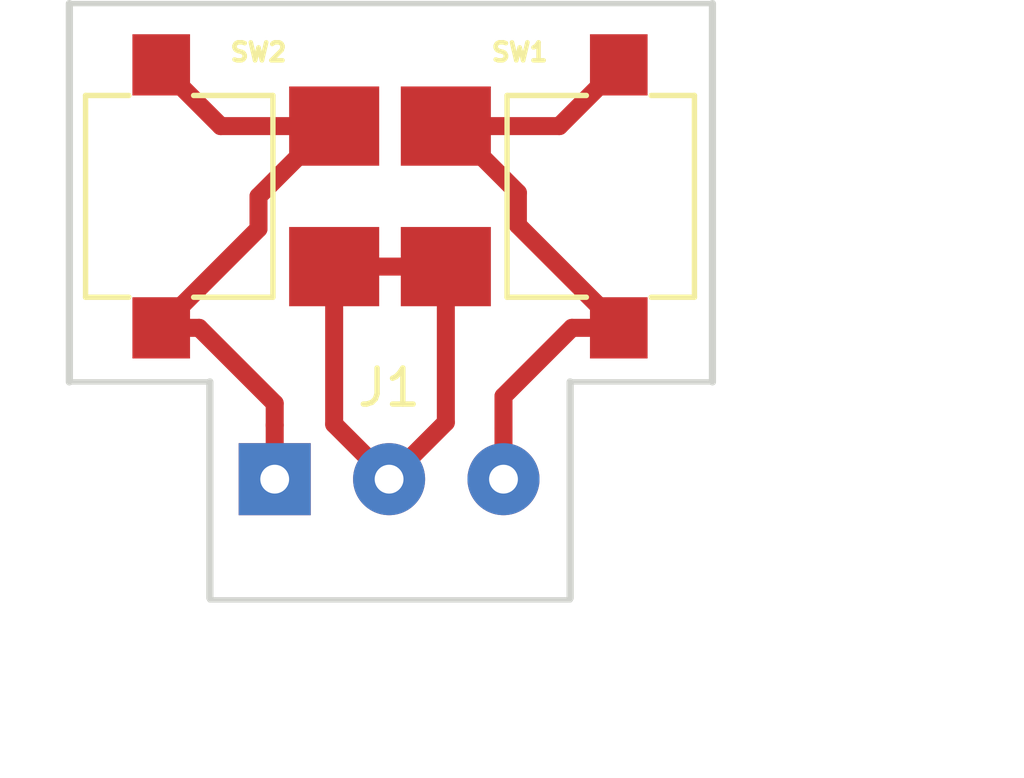
<source format=kicad_pcb>
(kicad_pcb (version 20171130) (host pcbnew 5.0.2-bee76a0~70~ubuntu18.04.1)

  (general
    (thickness 1.6)
    (drawings 9)
    (tracks 29)
    (zones 0)
    (modules 3)
    (nets 4)
  )

  (page A4)
  (layers
    (0 F.Cu signal)
    (31 B.Cu signal)
    (32 B.Adhes user)
    (33 F.Adhes user)
    (34 B.Paste user)
    (35 F.Paste user)
    (36 B.SilkS user)
    (37 F.SilkS user)
    (38 B.Mask user)
    (39 F.Mask user)
    (40 Dwgs.User user)
    (41 Cmts.User user)
    (42 Eco1.User user)
    (43 Eco2.User user)
    (44 Edge.Cuts user)
    (45 Margin user)
    (46 B.CrtYd user)
    (47 F.CrtYd user)
    (48 B.Fab user)
    (49 F.Fab user)
  )

  (setup
    (last_trace_width 0.5)
    (trace_clearance 0.5)
    (zone_clearance 0.508)
    (zone_45_only no)
    (trace_min 0.2)
    (segment_width 0.2)
    (edge_width 0.15)
    (via_size 0.8)
    (via_drill 0.4)
    (via_min_size 0.4)
    (via_min_drill 0.3)
    (uvia_size 0.3)
    (uvia_drill 0.1)
    (uvias_allowed no)
    (uvia_min_size 0.2)
    (uvia_min_drill 0.1)
    (pcb_text_width 0.3)
    (pcb_text_size 1.5 1.5)
    (mod_edge_width 0.15)
    (mod_text_size 1 1)
    (mod_text_width 0.15)
    (pad_size 1.1 1.1)
    (pad_drill 1.1)
    (pad_to_mask_clearance 0.051)
    (solder_mask_min_width 0.25)
    (aux_axis_origin 0 0)
    (visible_elements FFFFFF7F)
    (pcbplotparams
      (layerselection 0x010fc_ffffffff)
      (usegerberextensions true)
      (usegerberattributes false)
      (usegerberadvancedattributes false)
      (creategerberjobfile false)
      (excludeedgelayer true)
      (linewidth 0.100000)
      (plotframeref false)
      (viasonmask false)
      (mode 1)
      (useauxorigin false)
      (hpglpennumber 1)
      (hpglpenspeed 20)
      (hpglpendiameter 15.000000)
      (psnegative false)
      (psa4output false)
      (plotreference true)
      (plotvalue true)
      (plotinvisibletext false)
      (padsonsilk false)
      (subtractmaskfromsilk false)
      (outputformat 1)
      (mirror false)
      (drillshape 0)
      (scaleselection 1)
      (outputdirectory "Gerber/limit_switch_ESE31_v1_1/"))
  )

  (net 0 "")
  (net 1 "Net-(J1-Pad3)")
  (net 2 "Net-(J1-Pad1)")
  (net 3 "Net-(J1-Pad2)")

  (net_class Default "This is the default net class."
    (clearance 0.5)
    (trace_width 0.5)
    (via_dia 0.8)
    (via_drill 0.4)
    (uvia_dia 0.3)
    (uvia_drill 0.1)
    (add_net "Net-(J1-Pad1)")
    (add_net "Net-(J1-Pad2)")
    (add_net "Net-(J1-Pad3)")
  )

  (module mylib:ESE31R11T_Detector_SW_2pin_right (layer F.Cu) (tedit 5CF78EF3) (tstamp 5CF79503)
    (at 167.15 73.75 270)
    (path /5CC06EC4)
    (attr smd)
    (fp_text reference SW1 (at -4 2.75) (layer F.SilkS)
      (effects (font (size 0.5 0.5) (thickness 0.125)))
    )
    (fp_text value ESE31R11T (at -0.4 -3.85 270) (layer F.Fab)
      (effects (font (size 1 1) (thickness 0.15)))
    )
    (fp_line (start -2.8 -2.1) (end 2.8 -2.1) (layer F.SilkS) (width 0.15))
    (fp_line (start -2.8 -0.9) (end -2.8 -2.1) (layer F.SilkS) (width 0.15))
    (fp_line (start 2.8 -0.9) (end 2.8 -2.1) (layer F.SilkS) (width 0.15))
    (fp_line (start 2.8 3.1) (end 2.8 0.9) (layer F.SilkS) (width 0.15))
    (fp_line (start -2.8 3.1) (end 2.8 3.1) (layer F.SilkS) (width 0.15))
    (fp_line (start -0.2 2.1) (end 0.4 2.5) (layer Dwgs.User) (width 0.15))
    (fp_line (start 0.4 2.5) (end 2 2.5) (layer Dwgs.User) (width 0.15))
    (fp_line (start 2 3.1) (end 2 2.5) (layer Dwgs.User) (width 0.15))
    (fp_line (start -2 2.5) (end -0.3 2.5) (layer Dwgs.User) (width 0.15))
    (fp_line (start -2 3.15) (end -2 0.05) (layer Dwgs.User) (width 0.15))
    (fp_line (start -2.8 0) (end 2.8 0) (layer Dwgs.User) (width 0.15))
    (fp_line (start -4.6 -2.25) (end -4.6 0) (layer F.CrtYd) (width 0.15))
    (fp_line (start 4.6 -2.25) (end -4.6 -2.25) (layer F.CrtYd) (width 0.15))
    (fp_line (start 4.6 6.2) (end 4.6 -2.25) (layer F.CrtYd) (width 0.15))
    (fp_line (start -4.6 6.2) (end 4.6 6.2) (layer F.CrtYd) (width 0.15))
    (fp_line (start -4.6 0) (end -4.6 6.2) (layer F.CrtYd) (width 0.15))
    (fp_line (start -2.8 0.9) (end -2.8 3.1) (layer F.SilkS) (width 0.15))
    (fp_line (start 0 -4.4) (end 0 -2.3) (layer Dwgs.User) (width 0.15))
    (fp_line (start 0 -4.4) (end -2.05 -2.25) (layer Dwgs.User) (width 0.15))
    (fp_line (start -2.875 3.15) (end -2.875 -2.25) (layer Dwgs.User) (width 0.15))
    (fp_line (start 2.875 3.15) (end -2.875 3.15) (layer Dwgs.User) (width 0.15))
    (fp_line (start 2.875 -2.25) (end 2.875 3.15) (layer Dwgs.User) (width 0.15))
    (fp_line (start -2.875 -2.25) (end 2.875 -2.25) (layer Dwgs.User) (width 0.15))
    (fp_text user REF** (at 0.1 -0.7 270) (layer F.Fab)
      (effects (font (size 0.5 0.5) (thickness 0.05)))
    )
    (pad 1 smd rect (at 1.95 4.8 270) (size 2.2 2.5) (layers F.Cu F.Paste F.Mask)
      (net 3 "Net-(J1-Pad2)"))
    (pad 2 smd rect (at -1.95 4.8 270) (size 2.2 2.5) (layers F.Cu F.Paste F.Mask)
      (net 1 "Net-(J1-Pad3)"))
    (pad "" np_thru_hole oval (at 0 1.3 270) (size 1.1 1.3) (drill oval 1.1 1.3) (layers *.Cu *.Mask))
    (pad "" np_thru_hole circle (at 0 -1.2 270) (size 1.1 1.1) (drill 1.1) (layers *.Cu *.Mask))
    (pad 2 smd rect (at 3.65 0 270) (size 1.7 1.6) (layers F.Cu F.Paste F.Mask)
      (net 1 "Net-(J1-Pad3)"))
    (pad 2 smd rect (at -3.65 0 270) (size 1.7 1.6) (layers F.Cu F.Paste F.Mask)
      (net 1 "Net-(J1-Pad3)"))
  )

  (module mylib:ESE31L11T_Detector_SW_2pin_left (layer F.Cu) (tedit 5CF78E4E) (tstamp 5CF672A1)
    (at 154.45 73.75 90)
    (path /5CC05850)
    (attr smd)
    (fp_text reference SW2 (at 4 2.7 -180) (layer F.SilkS)
      (effects (font (size 0.5 0.5) (thickness 0.125)))
    )
    (fp_text value ESE31L11T (at 0.15 -3.5 90) (layer F.Fab)
      (effects (font (size 1 1) (thickness 0.15)))
    )
    (fp_line (start -2.8 -2.1) (end 2.8 -2.1) (layer F.SilkS) (width 0.15))
    (fp_line (start -2.8 -0.9) (end -2.8 -2.1) (layer F.SilkS) (width 0.15))
    (fp_line (start 2.8 -0.9) (end 2.8 -2.1) (layer F.SilkS) (width 0.15))
    (fp_line (start 2.8 3.1) (end 2.8 0.9) (layer F.SilkS) (width 0.15))
    (fp_line (start -2.8 3.1) (end 2.8 3.1) (layer F.SilkS) (width 0.15))
    (fp_line (start -0.2 2.1) (end 0.4 2.5) (layer Dwgs.User) (width 0.15))
    (fp_line (start 0.4 2.5) (end 2 2.5) (layer Dwgs.User) (width 0.15))
    (fp_line (start -2 3.1) (end -2 2.5) (layer Dwgs.User) (width 0.15))
    (fp_line (start -2 2.5) (end -0.3 2.5) (layer Dwgs.User) (width 0.15))
    (fp_line (start 2.1 3.1) (end 2.1 0) (layer Dwgs.User) (width 0.15))
    (fp_line (start -2.8 0) (end 2.8 0) (layer Dwgs.User) (width 0.15))
    (fp_line (start -4.6 -2.25) (end -4.6 0) (layer F.CrtYd) (width 0.15))
    (fp_line (start 4.6 -2.25) (end -4.6 -2.25) (layer F.CrtYd) (width 0.15))
    (fp_line (start 4.6 6.2) (end 4.6 -2.25) (layer F.CrtYd) (width 0.15))
    (fp_line (start -4.6 6.2) (end 4.6 6.2) (layer F.CrtYd) (width 0.15))
    (fp_line (start -4.6 0) (end -4.6 6.2) (layer F.CrtYd) (width 0.15))
    (fp_line (start -2.8 0.9) (end -2.8 3.1) (layer F.SilkS) (width 0.15))
    (fp_line (start 0 -4.4) (end 0 -2.3) (layer Dwgs.User) (width 0.15))
    (fp_line (start 0 -4.4) (end 2 -2.3) (layer Dwgs.User) (width 0.15))
    (fp_line (start -2.875 3.15) (end -2.875 -2.25) (layer Dwgs.User) (width 0.15))
    (fp_line (start 2.875 3.15) (end -2.875 3.15) (layer Dwgs.User) (width 0.15))
    (fp_line (start 2.875 -2.25) (end 2.875 3.15) (layer Dwgs.User) (width 0.15))
    (fp_line (start -2.875 -2.25) (end 2.875 -2.25) (layer Dwgs.User) (width 0.15))
    (fp_text user REF** (at 0.1 -0.7 90) (layer F.Fab)
      (effects (font (size 0.5 0.5) (thickness 0.05)))
    )
    (pad 2 smd rect (at 1.95 4.8 90) (size 2.2 2.5) (layers F.Cu F.Paste F.Mask)
      (net 2 "Net-(J1-Pad1)"))
    (pad 1 smd rect (at -1.95 4.8 90) (size 2.2 2.5) (layers F.Cu F.Paste F.Mask)
      (net 3 "Net-(J1-Pad2)"))
    (pad "" np_thru_hole oval (at 0 1.3 90) (size 1.1 1.3) (drill oval 1.1 1.3) (layers *.Cu *.Mask))
    (pad "" np_thru_hole circle (at 0 -1.2 90) (size 1.1 1.1) (drill 1.1) (layers *.Cu *.Mask))
    (pad 2 smd rect (at 3.65 0 90) (size 1.7 1.6) (layers F.Cu F.Paste F.Mask)
      (net 2 "Net-(J1-Pad1)"))
    (pad 2 smd rect (at -3.65 0 90) (size 1.7 1.6) (layers F.Cu F.Paste F.Mask)
      (net 2 "Net-(J1-Pad1)"))
  )

  (module Connector_Wire:SolderWirePad_1x03_P3.175mm_Drill0.8mm (layer F.Cu) (tedit 5AEE57A0) (tstamp 5CF646E8)
    (at 157.6 81.6)
    (descr "Wire solder connection")
    (tags connector)
    (path /5CF632DF)
    (attr virtual)
    (fp_text reference J1 (at 3.175 -2.54) (layer F.SilkS)
      (effects (font (size 1 1) (thickness 0.15)))
    )
    (fp_text value Conn_01x03 (at 3.175 2.54) (layer F.Fab)
      (effects (font (size 1 1) (thickness 0.15)))
    )
    (fp_text user %R (at 3.175 0) (layer F.Fab)
      (effects (font (size 1 1) (thickness 0.15)))
    )
    (fp_line (start -1.49 -1.5) (end 7.85 -1.5) (layer F.CrtYd) (width 0.05))
    (fp_line (start -1.49 -1.5) (end -1.49 1.5) (layer F.CrtYd) (width 0.05))
    (fp_line (start 7.85 1.5) (end 7.85 -1.5) (layer F.CrtYd) (width 0.05))
    (fp_line (start 7.85 1.5) (end -1.49 1.5) (layer F.CrtYd) (width 0.05))
    (pad 1 thru_hole rect (at 0 0) (size 1.99898 1.99898) (drill 0.8001) (layers *.Cu *.Mask)
      (net 2 "Net-(J1-Pad1)"))
    (pad 2 thru_hole circle (at 3.175 0) (size 1.99898 1.99898) (drill 0.8001) (layers *.Cu *.Mask)
      (net 3 "Net-(J1-Pad2)"))
    (pad 3 thru_hole circle (at 6.35 0) (size 1.99898 1.99898) (drill 0.8001) (layers *.Cu *.Mask)
      (net 1 "Net-(J1-Pad3)"))
  )

  (gr_line (start 151.9 68.4) (end 169.75 68.4) (layer Edge.Cuts) (width 0.15))
  (gr_line (start 165.8 78.9) (end 165.8 84.9) (layer Edge.Cuts) (width 0.2))
  (gr_line (start 155.8 78.9) (end 155.8 84.9) (layer Edge.Cuts) (width 0.2))
  (gr_line (start 169.75 68.4) (end 169.75 78.9) (layer Edge.Cuts) (width 0.2) (tstamp 5CF79570))
  (gr_line (start 151.9 68.4) (end 151.9 78.9) (layer Edge.Cuts) (width 0.2))
  (gr_line (start 165.8 78.9) (end 169.75 78.9) (layer Edge.Cuts) (width 0.15))
  (gr_line (start 155.8 78.9) (end 151.9 78.9) (layer Edge.Cuts) (width 0.15))
  (gr_line (start 155.8 84.95) (end 165.8 84.95) (layer Edge.Cuts) (width 0.15))
  (gr_text "With ESE31 Switches" (at 166.3 88.5) (layer Cmts.User)
    (effects (font (size 1.5 1.5) (thickness 0.3)))
  )

  (segment (start 167.15 70.15) (end 167.15 70.1) (width 0.5) (layer F.Cu) (net 1))
  (segment (start 165.5 71.8) (end 167.15 70.15) (width 0.5) (layer F.Cu) (net 1))
  (segment (start 162.35 71.8) (end 165.5 71.8) (width 0.5) (layer F.Cu) (net 1))
  (segment (start 163.95 80.186508) (end 163.95 81.6) (width 0.5) (layer F.Cu) (net 1))
  (segment (start 163.95 79.3) (end 163.95 80.186508) (width 0.5) (layer F.Cu) (net 1))
  (segment (start 165.85 77.4) (end 163.95 79.3) (width 0.5) (layer F.Cu) (net 1))
  (segment (start 167.15 77.4) (end 165.85 77.4) (width 0.5) (layer F.Cu) (net 1))
  (segment (start 167.15 77.35) (end 167.15 77.4) (width 0.5) (layer F.Cu) (net 1))
  (segment (start 164.350001 74.550001) (end 167.15 77.35) (width 0.5) (layer F.Cu) (net 1))
  (segment (start 164.350001 73.650001) (end 164.350001 74.550001) (width 0.5) (layer F.Cu) (net 1))
  (segment (start 162.5 71.8) (end 164.350001 73.650001) (width 0.5) (layer F.Cu) (net 1))
  (segment (start 162.35 71.8) (end 162.5 71.8) (width 0.5) (layer F.Cu) (net 1))
  (segment (start 157.6 80.10051) (end 157.6 81.6) (width 0.5) (layer F.Cu) (net 2))
  (segment (start 157.6 79.497905) (end 157.6 80.10051) (width 0.5) (layer F.Cu) (net 2))
  (segment (start 155.502095 77.4) (end 157.6 79.497905) (width 0.5) (layer F.Cu) (net 2))
  (segment (start 154.45 77.4) (end 155.502095 77.4) (width 0.5) (layer F.Cu) (net 2))
  (segment (start 154.45 70.15) (end 154.45 70.1) (width 0.5) (layer F.Cu) (net 2))
  (segment (start 156.1 71.8) (end 154.45 70.15) (width 0.5) (layer F.Cu) (net 2))
  (segment (start 159.25 71.8) (end 156.1 71.8) (width 0.5) (layer F.Cu) (net 2))
  (segment (start 154.45 77.35) (end 154.45 77.4) (width 0.5) (layer F.Cu) (net 2))
  (segment (start 157.15001 74.64999) (end 154.45 77.35) (width 0.5) (layer F.Cu) (net 2))
  (segment (start 157.15001 73.74999) (end 157.15001 74.64999) (width 0.5) (layer F.Cu) (net 2))
  (segment (start 159.1 71.8) (end 157.15001 73.74999) (width 0.5) (layer F.Cu) (net 2))
  (segment (start 159.25 71.8) (end 159.1 71.8) (width 0.5) (layer F.Cu) (net 2))
  (segment (start 159.25 75.7) (end 162.35 75.7) (width 0.5) (layer F.Cu) (net 3))
  (segment (start 159.25 80.075) (end 160.775 81.6) (width 0.5) (layer F.Cu) (net 3))
  (segment (start 159.25 75.7) (end 159.25 80.075) (width 0.5) (layer F.Cu) (net 3))
  (segment (start 162.35 80.025) (end 160.775 81.6) (width 0.5) (layer F.Cu) (net 3))
  (segment (start 162.35 75.7) (end 162.35 80.025) (width 0.5) (layer F.Cu) (net 3))

)

</source>
